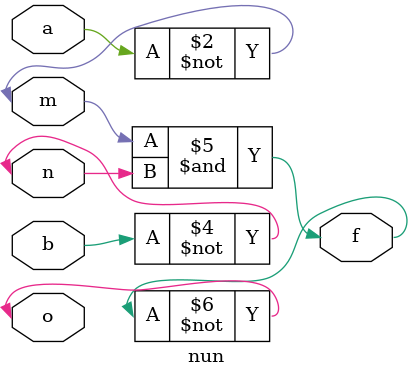
<source format=v>
`timescale 1ns / 1ps

module nun(
    input a,
    input b,
    inout m,
    inout n,
    inout o,
    output f
    );

nand(m,a,a);
nand(n,b,b);
nand(o,m,n);
nand(f,o,o);

endmodule
</source>
